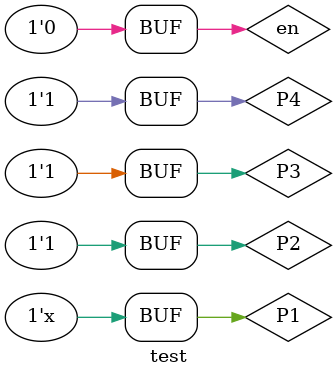
<source format=v>
`timescale 1ns / 1ps
    module test;
reg P1,P2,P3,P4,en;
wire [6:0]out;
main uut(P1,P2,P3,P4,en,out);

initial
begin
	P1=1'b1;
	en=1'b1;

#10
	begin
	P2=1'b1;
	en=1'b0;
	end

#10
	P3=1'b1;

#10
	P4=1'b1;

#10
	begin
	P1=1'bx;
	P2=1'bx;
	P3=1'bx;
	P4=1'bx;
	end

#10
	begin
	P3=1'b1;
	en=1'b1;
	end

#10
	begin
	P2=1'b1;
	en=1'b0;
	end

#10
	P3=1'b1;

#10
	P4=1'b1;

end
initial
begin
$monitor("p1p2p3p4=%b%b%b%b\tout=%7b",P1,P2,P3,P4,out);
end
endmodule

</source>
